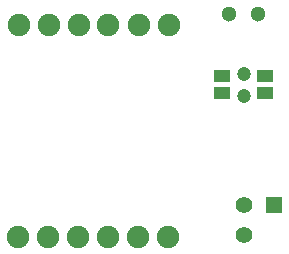
<source format=gts>
G04 (created by PCBNEW (2013-07-07 BZR 4022)-stable) date 11/5/2013 12:09:03 AM*
%MOIN*%
G04 Gerber Fmt 3.4, Leading zero omitted, Abs format*
%FSLAX34Y34*%
G01*
G70*
G90*
G04 APERTURE LIST*
%ADD10C,0.00590551*%
%ADD11R,0.055X0.055*%
%ADD12C,0.055*%
%ADD13C,0.075*%
%ADD14C,0.0511811*%
%ADD15R,0.0551181X0.0413386*%
%ADD16C,0.0472441*%
G04 APERTURE END LIST*
G54D10*
G54D11*
X88000Y-57000D03*
G54D12*
X87000Y-57000D03*
X87000Y-58000D03*
G54D13*
X79500Y-51000D03*
X80500Y-51000D03*
X81500Y-51000D03*
X82492Y-51000D03*
X83496Y-51000D03*
X84500Y-51000D03*
G54D14*
X86507Y-50622D03*
X87492Y-50622D03*
G54D13*
X79480Y-58059D03*
X80480Y-58059D03*
X81480Y-58059D03*
X82472Y-58059D03*
X83476Y-58059D03*
X84480Y-58059D03*
G54D15*
X87708Y-52714D03*
X86291Y-52714D03*
X86291Y-53285D03*
X87708Y-53285D03*
G54D16*
X87000Y-52645D03*
X87000Y-53354D03*
M02*

</source>
